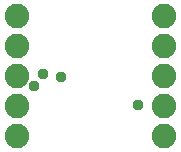
<source format=gbr>
G04 EAGLE Gerber RS-274X export*
G75*
%MOMM*%
%FSLAX34Y34*%
%LPD*%
%INSoldermask Bottom*%
%IPPOS*%
%AMOC8*
5,1,8,0,0,1.08239X$1,22.5*%
G01*
%ADD10C,2.082800*%
%ADD11C,0.959600*%


D10*
X92900Y188200D03*
X92900Y213600D03*
X92900Y239000D03*
X92900Y264400D03*
X92900Y289800D03*
X217900Y188200D03*
X217900Y213600D03*
X217900Y239000D03*
X217900Y264400D03*
X217900Y289800D03*
D11*
X115062Y240792D03*
X195834Y214884D03*
X107442Y230886D03*
X130302Y238506D03*
M02*

</source>
